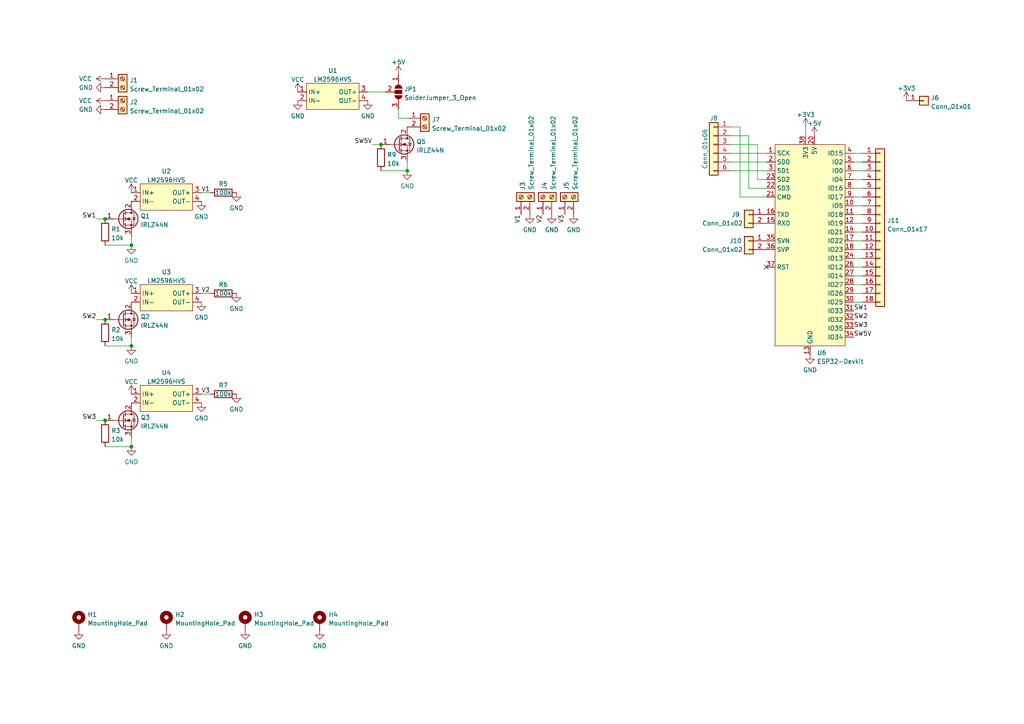
<source format=kicad_sch>
(kicad_sch (version 20211123) (generator eeschema)
  (paper "A4")
  (lib_symbols
    (symbol "Connector:Screw_Terminal_01x02" (pin_names (offset 1.016) hide)
      (property "Reference" "J" (at 0 2.54 0))
      (property "Value" "Screw_Terminal_01x02" (at 0 -5.08 0))
      (symbol "Screw_Terminal_01x02_1_1"
        (rectangle (start -1.27 1.27) (end 1.27 -3.81) (stroke (width 0.254)) (fill (type background)))
        (circle (center 0 -2.54) (radius 0.635) (stroke (width 0.1524)))
        (polyline (pts (xy -0.5334 -2.2098) (xy 0.3302 -3.048)) (stroke (width 0.1524)))
        (polyline (pts (xy -0.5334 0.3302) (xy 0.3302 -0.508)) (stroke (width 0.1524)))
        (polyline (pts (xy -0.3556 -2.032) (xy 0.508 -2.8702)) (stroke (width 0.1524)))
        (polyline (pts (xy -0.3556 0.508) (xy 0.508 -0.3302)) (stroke (width 0.1524)))
        (circle (center 0 0) (radius 0.635) (stroke (width 0.1524)))
        (pin passive line (at -5.08 0 0) (length 3.81) (name "Pin_1") (number "1"))
        (pin passive line (at -5.08 -2.54 0) (length 3.81) (name "Pin_2") (number "2"))
      )
    )
    (symbol "Connector_Generic:Conn_01x01" (pin_names (offset 1.016) hide)
      (property "Reference" "J" (at 0 2.54 0))
      (property "Value" "Conn_01x01" (at 0 -2.54 0))
      (symbol "Conn_01x01_1_1"
        (rectangle (start -1.27 0.127) (end 0 -0.127) (stroke (width 0.1524)))
        (rectangle (start -1.27 1.27) (end 1.27 -1.27) (stroke (width 0.254)) (fill (type background)))
        (pin passive line (at -5.08 0 0) (length 3.81) (name "Pin_1") (number "1"))
      )
    )
    (symbol "Connector_Generic:Conn_01x02" (pin_names (offset 1.016) hide)
      (property "Reference" "J" (at 0 2.54 0))
      (property "Value" "Conn_01x02" (at 0 -5.08 0))
      (symbol "Conn_01x02_1_1"
        (rectangle (start -1.27 -2.413) (end 0 -2.667) (stroke (width 0.1524)))
        (rectangle (start -1.27 0.127) (end 0 -0.127) (stroke (width 0.1524)))
        (rectangle (start -1.27 1.27) (end 1.27 -3.81) (stroke (width 0.254)) (fill (type background)))
        (pin passive line (at -5.08 0 0) (length 3.81) (name "Pin_1") (number "1"))
        (pin passive line (at -5.08 -2.54 0) (length 3.81) (name "Pin_2") (number "2"))
      )
    )
    (symbol "Connector_Generic:Conn_01x06" (pin_names (offset 1.016) hide)
      (property "Reference" "J" (at 0 7.62 0))
      (property "Value" "Conn_01x06" (at 0 -10.16 0))
      (symbol "Conn_01x06_1_1"
        (rectangle (start -1.27 -7.493) (end 0 -7.747) (stroke (width 0.1524)))
        (rectangle (start -1.27 -4.953) (end 0 -5.207) (stroke (width 0.1524)))
        (rectangle (start -1.27 -2.413) (end 0 -2.667) (stroke (width 0.1524)))
        (rectangle (start -1.27 0.127) (end 0 -0.127) (stroke (width 0.1524)))
        (rectangle (start -1.27 2.667) (end 0 2.413) (stroke (width 0.1524)))
        (rectangle (start -1.27 5.207) (end 0 4.953) (stroke (width 0.1524)))
        (rectangle (start -1.27 6.35) (end 1.27 -8.89) (stroke (width 0.254)) (fill (type background)))
        (pin passive line (at -5.08 5.08 0) (length 3.81) (name "Pin_1") (number "1"))
        (pin passive line (at -5.08 2.54 0) (length 3.81) (name "Pin_2") (number "2"))
        (pin passive line (at -5.08 0 0) (length 3.81) (name "Pin_3") (number "3"))
        (pin passive line (at -5.08 -2.54 0) (length 3.81) (name "Pin_4") (number "4"))
        (pin passive line (at -5.08 -5.08 0) (length 3.81) (name "Pin_5") (number "5"))
        (pin passive line (at -5.08 -7.62 0) (length 3.81) (name "Pin_6") (number "6"))
      )
    )
    (symbol "Connector_Generic:Conn_01x18" (pin_names (offset 1.016) hide)
      (property "Reference" "J" (at 0 22.86 0))
      (property "Value" "Conn_01x18" (at 0 -25.4 0))
      (symbol "Conn_01x18_1_1"
        (rectangle (start -1.27 -22.733) (end 0 -22.987) (stroke (width 0.1524)))
        (rectangle (start -1.27 -20.193) (end 0 -20.447) (stroke (width 0.1524)))
        (rectangle (start -1.27 -17.653) (end 0 -17.907) (stroke (width 0.1524)))
        (rectangle (start -1.27 -15.113) (end 0 -15.367) (stroke (width 0.1524)))
        (rectangle (start -1.27 -12.573) (end 0 -12.827) (stroke (width 0.1524)))
        (rectangle (start -1.27 -10.033) (end 0 -10.287) (stroke (width 0.1524)))
        (rectangle (start -1.27 -7.493) (end 0 -7.747) (stroke (width 0.1524)))
        (rectangle (start -1.27 -4.953) (end 0 -5.207) (stroke (width 0.1524)))
        (rectangle (start -1.27 -2.413) (end 0 -2.667) (stroke (width 0.1524)))
        (rectangle (start -1.27 0.127) (end 0 -0.127) (stroke (width 0.1524)))
        (rectangle (start -1.27 2.667) (end 0 2.413) (stroke (width 0.1524)))
        (rectangle (start -1.27 5.207) (end 0 4.953) (stroke (width 0.1524)))
        (rectangle (start -1.27 7.747) (end 0 7.493) (stroke (width 0.1524)))
        (rectangle (start -1.27 10.287) (end 0 10.033) (stroke (width 0.1524)))
        (rectangle (start -1.27 12.827) (end 0 12.573) (stroke (width 0.1524)))
        (rectangle (start -1.27 15.367) (end 0 15.113) (stroke (width 0.1524)))
        (rectangle (start -1.27 17.907) (end 0 17.653) (stroke (width 0.1524)))
        (rectangle (start -1.27 20.447) (end 0 20.193) (stroke (width 0.1524)))
        (rectangle (start -1.27 21.59) (end 1.27 -24.13) (stroke (width 0.254)) (fill (type background)))
        (pin passive line (at -5.08 20.32 0) (length 3.81) (name "Pin_1") (number "1"))
        (pin passive line (at -5.08 -2.54 0) (length 3.81) (name "Pin_10") (number "10"))
        (pin passive line (at -5.08 -5.08 0) (length 3.81) (name "Pin_11") (number "11"))
        (pin passive line (at -5.08 -7.62 0) (length 3.81) (name "Pin_12") (number "12"))
        (pin passive line (at -5.08 -10.16 0) (length 3.81) (name "Pin_13") (number "13"))
        (pin passive line (at -5.08 -12.7 0) (length 3.81) (name "Pin_14") (number "14"))
        (pin passive line (at -5.08 -15.24 0) (length 3.81) (name "Pin_15") (number "15"))
        (pin passive line (at -5.08 -17.78 0) (length 3.81) (name "Pin_16") (number "16"))
        (pin passive line (at -5.08 -20.32 0) (length 3.81) (name "Pin_17") (number "17"))
        (pin passive line (at -5.08 -22.86 0) (length 3.81) (name "Pin_18") (number "18"))
        (pin passive line (at -5.08 17.78 0) (length 3.81) (name "Pin_2") (number "2"))
        (pin passive line (at -5.08 15.24 0) (length 3.81) (name "Pin_3") (number "3"))
        (pin passive line (at -5.08 12.7 0) (length 3.81) (name "Pin_4") (number "4"))
        (pin passive line (at -5.08 10.16 0) (length 3.81) (name "Pin_5") (number "5"))
        (pin passive line (at -5.08 7.62 0) (length 3.81) (name "Pin_6") (number "6"))
        (pin passive line (at -5.08 5.08 0) (length 3.81) (name "Pin_7") (number "7"))
        (pin passive line (at -5.08 2.54 0) (length 3.81) (name "Pin_8") (number "8"))
        (pin passive line (at -5.08 0 0) (length 3.81) (name "Pin_9") (number "9"))
      )
    )
    (symbol "Device:R" (pin_numbers hide) (pin_names (offset 0))
      (property "Reference" "R" (at 2.032 0 90))
      (property "Value" "R" (at 0 0 90))
      (symbol "R_0_1"
        (rectangle (start -1.016 -2.54) (end 1.016 2.54) (stroke (width 0.254)))
      )
      (symbol "R_1_1"
        (pin passive line (at 0 3.81 270) (length 1.27) (name "~") (number "1"))
        (pin passive line (at 0 -3.81 90) (length 1.27) (name "~") (number "2"))
      )
    )
    (symbol "Jumper:SolderJumper_3_Open" (pin_names (offset 0) hide)
      (property "Reference" "JP" (at -2.54 -2.54 0))
      (property "Value" "SolderJumper_3_Open" (at 0 2.794 0))
      (symbol "SolderJumper_3_Open_0_1"
        (arc (start -1.016 1.016) (mid -2.032 0) (end -1.016 -1.016))
        (arc (start -1.016 1.016) (mid -2.032 0) (end -1.016 -1.016) (fill (type outline)))
        (rectangle (start -0.508 1.016) (end 0.508 -1.016) (fill (type outline)))
        (polyline (pts (xy -2.54 0) (xy -2.032 0)))
        (polyline (pts (xy -1.016 1.016) (xy -1.016 -1.016)))
        (polyline (pts (xy 0 -1.27) (xy 0 -1.016)))
        (polyline (pts (xy 1.016 1.016) (xy 1.016 -1.016)))
        (polyline (pts (xy 2.54 0) (xy 2.032 0)))
        (arc (start 1.016 -1.016) (mid 2.032 0) (end 1.016 1.016))
        (arc (start 1.016 -1.016) (mid 2.032 0) (end 1.016 1.016) (fill (type outline)))
      )
      (symbol "SolderJumper_3_Open_1_1"
        (pin passive line (at -5.08 0 0) (length 2.54) (name "A") (number "1"))
        (pin passive line (at 0 -3.81 90) (length 2.54) (name "C") (number "2"))
        (pin passive line (at 5.08 0 180) (length 2.54) (name "B") (number "3"))
      )
    )
    (symbol "Mechanical:MountingHole_Pad" (pin_numbers hide) (pin_names (offset 1.016) hide)
      (property "Reference" "H" (at 0 6.35 0))
      (property "Value" "MountingHole_Pad" (at 0 4.445 0))
      (symbol "MountingHole_Pad_0_1"
        (circle (center 0 1.27) (radius 1.27) (stroke (width 1.27)))
      )
      (symbol "MountingHole_Pad_1_1"
        (pin input line (at 0 -2.54 90) (length 2.54) (name "1") (number "1"))
      )
    )
    (symbol "Transistor_FET:IRLZ44N" (pin_names hide)
      (property "Reference" "Q" (at 6.35 1.905 0))
      (property "Value" "IRLZ44N" (at 6.35 0 0))
      (symbol "IRLZ44N_0_1"
        (polyline (pts (xy 0.254 0) (xy -2.54 0)))
        (polyline (pts (xy 0.254 1.905) (xy 0.254 -1.905)) (stroke (width 0.254)))
        (polyline (pts (xy 0.762 -1.27) (xy 0.762 -2.286)) (stroke (width 0.254)))
        (polyline (pts (xy 0.762 0.508) (xy 0.762 -0.508)) (stroke (width 0.254)))
        (polyline (pts (xy 0.762 2.286) (xy 0.762 1.27)) (stroke (width 0.254)))
        (polyline (pts (xy 2.54 2.54) (xy 2.54 1.778)))
        (polyline (pts (xy 2.54 -2.54) (xy 2.54 0) (xy 0.762 0)))
        (polyline (pts (xy 0.762 -1.778) (xy 3.302 -1.778) (xy 3.302 1.778) (xy 0.762 1.778)))
        (polyline (pts (xy 1.016 0) (xy 2.032 0.381) (xy 2.032 -0.381) (xy 1.016 0)) (fill (type outline)))
        (polyline (pts (xy 2.794 0.508) (xy 2.921 0.381) (xy 3.683 0.381) (xy 3.81 0.254)))
        (polyline (pts (xy 3.302 0.381) (xy 2.921 -0.254) (xy 3.683 -0.254) (xy 3.302 0.381)))
        (circle (center 1.651 0) (radius 2.794) (stroke (width 0.254)))
        (circle (center 2.54 -1.778) (radius 0.254) (fill (type outline)))
        (circle (center 2.54 1.778) (radius 0.254) (fill (type outline)))
      )
      (symbol "IRLZ44N_1_1"
        (pin input line (at -5.08 0 0) (length 2.54) (name "G") (number "1"))
        (pin passive line (at 2.54 5.08 270) (length 2.54) (name "D") (number "2"))
        (pin passive line (at 2.54 -5.08 90) (length 2.54) (name "S") (number "3"))
      )
    )
    (symbol "aaaaa:ESP32-Devkit"
      (property "Reference" "U" (at -7.62 -60.96 0))
      (property "Value" "ESP32-Devkit" (at 7.62 -60.96 0))
      (symbol "ESP32-Devkit_0_1"
        (rectangle (start -10.16 -1.27) (end 10.16 -59.69) (stroke (width 0.1524)) (fill (type background)))
      )
      (symbol "ESP32-Devkit_1_1"
        (pin bidirectional line (at -12.7 -3.81 0) (length 2.54) (name "SCK") (number "1"))
        (pin bidirectional line (at 12.7 -19.05 180) (length 2.54) (name "IO5") (number "10"))
        (pin bidirectional line (at 12.7 -21.59 180) (length 2.54) (name "IO18") (number "11"))
        (pin bidirectional line (at 12.7 -24.13 180) (length 2.54) (name "IO19") (number "12"))
        (pin power_in line (at 0 -62.23 90) (length 2.54) (name "GND") (number "13"))
        (pin bidirectional line (at 12.7 -26.67 180) (length 2.54) (name "IO21") (number "14"))
        (pin input line (at -12.7 -24.13 0) (length 2.54) (name "RXD") (number "15"))
        (pin output line (at -12.7 -21.59 0) (length 2.54) (name "TXD") (number "16"))
        (pin bidirectional line (at 12.7 -29.21 180) (length 2.54) (name "IO22") (number "17"))
        (pin bidirectional line (at 12.7 -31.75 180) (length 2.54) (name "IO23") (number "18"))
        (pin power_in line (at 0 -62.23 90) (length 2.54) hide (name "GND") (number "19"))
        (pin bidirectional line (at -12.7 -6.35 0) (length 2.54) (name "SD0") (number "2"))
        (pin power_in line (at 1.27 1.27 270) (length 2.54) (name "5V") (number "20"))
        (pin bidirectional line (at -12.7 -16.51 0) (length 2.54) (name "CMD") (number "21"))
        (pin bidirectional line (at -12.7 -13.97 0) (length 2.54) (name "SD3") (number "22"))
        (pin bidirectional line (at -12.7 -11.43 0) (length 2.54) (name "SD2") (number "23"))
        (pin bidirectional line (at 12.7 -34.29 180) (length 2.54) (name "IO13") (number "24"))
        (pin power_in line (at 0 -62.23 90) (length 2.54) hide (name "GND") (number "25"))
        (pin bidirectional line (at 12.7 -36.83 180) (length 2.54) (name "IO12") (number "26"))
        (pin bidirectional line (at 12.7 -39.37 180) (length 2.54) (name "IO14") (number "27"))
        (pin bidirectional line (at 12.7 -41.91 180) (length 2.54) (name "IO27") (number "28"))
        (pin bidirectional line (at 12.7 -44.45 180) (length 2.54) (name "IO26") (number "29"))
        (pin bidirectional line (at -12.7 -8.89 0) (length 2.54) (name "SD1") (number "3"))
        (pin bidirectional line (at 12.7 -46.99 180) (length 2.54) (name "IO25") (number "30"))
        (pin bidirectional line (at 12.7 -49.53 180) (length 2.54) (name "IO33") (number "31"))
        (pin bidirectional line (at 12.7 -52.07 180) (length 2.54) (name "IO32") (number "32"))
        (pin bidirectional line (at 12.7 -54.61 180) (length 2.54) (name "IO35") (number "33"))
        (pin bidirectional line (at 12.7 -57.15 180) (length 2.54) (name "IO34") (number "34"))
        (pin bidirectional line (at -12.7 -29.21 0) (length 2.54) (name "SVN") (number "35"))
        (pin bidirectional line (at -12.7 -31.75 0) (length 2.54) (name "SVP") (number "36"))
        (pin input line (at -12.7 -36.83 0) (length 2.54) (name "RST") (number "37"))
        (pin power_out line (at -1.27 1.27 270) (length 2.54) (name "3V3") (number "38"))
        (pin bidirectional line (at 12.7 -3.81 180) (length 2.54) (name "IO15") (number "4"))
        (pin bidirectional line (at 12.7 -6.35 180) (length 2.54) (name "IO2") (number "5"))
        (pin bidirectional line (at 12.7 -8.89 180) (length 2.54) (name "IO0") (number "6"))
        (pin bidirectional line (at 12.7 -11.43 180) (length 2.54) (name "IO4") (number "7"))
        (pin bidirectional line (at 12.7 -13.97 180) (length 2.54) (name "IO16") (number "8"))
        (pin bidirectional line (at 12.7 -16.51 180) (length 2.54) (name "IO17") (number "9"))
      )
    )
    (symbol "aaaaa:LM2596HVS"
      (property "Reference" "U" (at -6.35 1.27 0))
      (property "Value" "LM2596HVS" (at 2.54 1.27 0))
      (symbol "LM2596HVS_0_1"
        (rectangle (start -7.62 0) (end 7.62 -7.62) (stroke (width 0.1524)) (fill (type background)))
      )
      (symbol "LM2596HVS_1_1"
        (pin power_in line (at -10.16 -2.54 0) (length 2.54) (name "IN+") (number "1"))
        (pin power_in line (at -10.16 -5.08 0) (length 2.54) (name "IN-") (number "2"))
        (pin power_out line (at 10.16 -2.54 180) (length 2.54) (name "OUT+") (number "3"))
        (pin power_out line (at 10.16 -5.08 180) (length 2.54) (name "OUT-") (number "4"))
      )
    )
    (symbol "power:+3V3" (power) (pin_names (offset 0))
      (property "Value" "+3V3" (at 0 3.556 0))
      (symbol "+3V3_0_1"
        (polyline (pts (xy -0.762 1.27) (xy 0 2.54)))
        (polyline (pts (xy 0 0) (xy 0 2.54)))
        (polyline (pts (xy 0 2.54) (xy 0.762 1.27)))
      )
      (symbol "+3V3_1_1"
        (pin power_in line (at 0 0 90) (length 0) hide (name "+3V3") (number "1"))
      )
    )
    (symbol "power:+5V" (power) (pin_names (offset 0))
      (property "Value" "+5V" (at 0 3.556 0))
      (symbol "+5V_0_1"
        (polyline (pts (xy -0.762 1.27) (xy 0 2.54)))
        (polyline (pts (xy 0 0) (xy 0 2.54)))
        (polyline (pts (xy 0 2.54) (xy 0.762 1.27)))
      )
      (symbol "+5V_1_1"
        (pin power_in line (at 0 0 90) (length 0) hide (name "+5V") (number "1"))
      )
    )
    (symbol "power:GND" (power) (pin_names (offset 0))
      (property "Value" "GND" (at 0 -3.81 0))
      (symbol "GND_0_1"
        (polyline (pts (xy 0 0) (xy 0 -1.27) (xy 1.27 -1.27) (xy 0 -2.54) (xy -1.27 -1.27) (xy 0 -1.27)))
      )
      (symbol "GND_1_1"
        (pin power_in line (at 0 0 270) (length 0) hide (name "GND") (number "1"))
      )
    )
    (symbol "power:VCC" (power) (pin_names (offset 0))
      (property "Value" "VCC" (at 0 3.81 0))
      (symbol "VCC_0_1"
        (polyline (pts (xy -0.762 1.27) (xy 0 2.54)))
        (polyline (pts (xy 0 0) (xy 0 2.54)))
        (polyline (pts (xy 0 2.54) (xy 0.762 1.27)))
      )
      (symbol "VCC_1_1"
        (pin power_in line (at 0 0 90) (length 0) hide (name "VCC") (number "1"))
      )
    )
  )
  (junction (at 38.1 129.54))
  (junction (at 110.49 41.91))
  (junction (at 30.48 92.71))
  (junction (at 30.48 63.5))
  (junction (at 118.11 49.53))
  (junction (at 30.48 121.92))
  (junction (at 38.1 100.33))
  (junction (at 38.1 71.12))
  (no_connect (at 222.25 77.47))
  (wire (pts (xy 247.65 69.85) (xy 250.19 69.85)))
  (wire (pts (xy 27.94 92.71) (xy 30.48 92.71)))
  (wire (pts (xy 222.25 52.07) (xy 219.71 52.07)))
  (wire (pts (xy 247.65 85.09) (xy 250.19 85.09)))
  (wire (pts (xy 222.25 57.15) (xy 214.63 57.15)))
  (wire (pts (xy 247.65 64.77) (xy 250.19 64.77)))
  (wire (pts (xy 247.65 72.39) (xy 250.19 72.39)))
  (wire (pts (xy 212.09 44.45) (xy 222.25 44.45)))
  (wire (pts (xy 247.65 62.23) (xy 250.19 62.23)))
  (wire (pts (xy 118.11 46.99) (xy 118.11 49.53)))
  (wire (pts (xy 214.63 36.83) (xy 212.09 36.83)))
  (wire (pts (xy 247.65 87.63) (xy 250.19 87.63)))
  (wire (pts (xy 247.65 52.07) (xy 250.19 52.07)))
  (wire (pts (xy 247.65 46.99) (xy 250.19 46.99)))
  (wire (pts (xy 247.65 49.53) (xy 250.19 49.53)))
  (wire (pts (xy 58.42 55.88) (xy 60.96 55.88)))
  (wire (pts (xy 247.65 44.45) (xy 250.19 44.45)))
  (wire (pts (xy 106.68 26.67) (xy 111.76 26.67)))
  (wire (pts (xy 233.68 36.83) (xy 233.68 39.37)))
  (wire (pts (xy 222.25 54.61) (xy 217.17 54.61)))
  (wire (pts (xy 247.65 67.31) (xy 250.19 67.31)))
  (wire (pts (xy 212.09 49.53) (xy 222.25 49.53)))
  (wire (pts (xy 219.71 41.91) (xy 212.09 41.91)))
  (wire (pts (xy 115.57 31.75) (xy 115.57 34.29)))
  (wire (pts (xy 217.17 54.61) (xy 217.17 39.37)))
  (wire (pts (xy 247.65 74.93) (xy 250.19 74.93)))
  (wire (pts (xy 110.49 49.53) (xy 118.11 49.53)))
  (wire (pts (xy 247.65 77.47) (xy 250.19 77.47)))
  (wire (pts (xy 38.1 127) (xy 38.1 129.54)))
  (wire (pts (xy 27.94 121.92) (xy 30.48 121.92)))
  (wire (pts (xy 217.17 39.37) (xy 212.09 39.37)))
  (wire (pts (xy 30.48 100.33) (xy 38.1 100.33)))
  (wire (pts (xy 30.48 71.12) (xy 38.1 71.12)))
  (wire (pts (xy 107.95 41.91) (xy 110.49 41.91)))
  (wire (pts (xy 58.42 85.09) (xy 60.96 85.09)))
  (wire (pts (xy 115.57 34.29) (xy 118.11 34.29)))
  (wire (pts (xy 247.65 59.69) (xy 250.19 59.69)))
  (wire (pts (xy 219.71 52.07) (xy 219.71 41.91)))
  (wire (pts (xy 247.65 57.15) (xy 250.19 57.15)))
  (wire (pts (xy 247.65 82.55) (xy 250.19 82.55)))
  (wire (pts (xy 30.48 129.54) (xy 38.1 129.54)))
  (wire (pts (xy 247.65 54.61) (xy 250.19 54.61)))
  (wire (pts (xy 38.1 97.79) (xy 38.1 100.33)))
  (wire (pts (xy 214.63 57.15) (xy 214.63 36.83)))
  (wire (pts (xy 38.1 68.58) (xy 38.1 71.12)))
  (wire (pts (xy 247.65 80.01) (xy 250.19 80.01)))
  (wire (pts (xy 58.42 114.3) (xy 60.96 114.3)))
  (wire (pts (xy 212.09 46.99) (xy 222.25 46.99)))
  (wire (pts (xy 27.94 63.5) (xy 30.48 63.5)))
  (label "SW2" (at 247.65 92.71 0))
  (label "SW5V" (at 107.95 41.91 180))
  (label "SW3" (at 247.65 95.25 0))
  (label "SW5V" (at 247.65 97.79 0))
  (label "SW1" (at 27.94 63.5 180))
  (label "V1" (at 151.13 62.23 270))
  (label "V3" (at 58.42 114.3 0))
  (label "V2" (at 58.42 85.09 0))
  (label "V3" (at 163.83 62.23 270))
  (label "SW3" (at 27.94 121.92 180))
  (label "SW1" (at 247.65 90.17 0))
  (label "V1" (at 58.42 55.88 0))
  (label "V2" (at 157.48 62.23 270))
  (label "SW2" (at 27.94 92.71 180))
  (symbol (lib_id "power:GND") (at 92.71 182.88 0) (unit 1)
    (property "Reference" "#PWR0132" (effects hide))
    (property "Value" "GND" (at 92.71 187.3234 0))
  )
  (symbol (lib_id "Device:R") (at 30.48 67.31 180) (unit 1)
    (property "Reference" "R1" (at 32.258 66.4753 0) (effects (justify right)))
    (property "Value" "10k" (at 32.258 69.0122 0) (effects (justify right)))
    (property "Footprint" "Resistor_SMD:R_0805_2012Metric_Pad1.20x1.40mm_HandSolder" (effects hide))
  )
  (symbol (lib_id "Device:R") (at 64.77 114.3 90) (unit 1)
    (property "Reference" "R7" (at 64.77 111.76 90))
    (property "Value" "100k" (at 64.77 114.3 90))
    (property "Footprint" "Resistor_SMD:R_0805_2012Metric_Pad1.20x1.40mm_HandSolder" (effects hide))
  )
  (symbol (lib_id "power:VCC") (at 38.1 114.3 0) (unit 1)
    (property "Reference" "#PWR0104" (effects hide))
    (property "Value" "VCC" (at 38.1 110.7242 0))
  )
  (symbol (lib_id "power:VCC") (at 38.1 85.09 0) (unit 1)
    (property "Reference" "#PWR0110" (effects hide))
    (property "Value" "VCC" (at 38.1 81.5142 0))
  )
  (symbol (lib_id "aaaaa:LM2596HVS") (at 48.26 82.55 0) (unit 1)
    (property "Reference" "U3" (at 48.26 78.901 0))
    (property "Value" "LM2596HVS" (at 48.26 81.4379 0))
    (property "Footprint" "aaaaa:LM2596HVS" (effects hide))
  )
  (symbol (lib_id "power:GND") (at 30.48 25.4 270) (unit 1)
    (property "Reference" "#PWR0113" (effects hide))
    (property "Value" "GND" (at 22.86 25.4 90) (effects (justify left)))
  )
  (symbol (lib_id "Connector_Generic:Conn_01x18") (at 255.27 64.77 0) (unit 1)
    (property "Reference" "J11" (at 257.302 63.9353 0) (effects (justify left)))
    (property "Value" "Conn_01x17" (at 257.302 66.4722 0) (effects (justify left)))
    (property "Footprint" "Connector_PinHeader_2.54mm:PinHeader_1x18_P2.54mm_Vertical" (effects hide))
  )
  (symbol (lib_id "Jumper:SolderJumper_3_Open") (at 115.57 26.67 270) (unit 1)
    (property "Reference" "JP1" (at 117.221 25.8353 90) (effects (justify left)))
    (property "Value" "SolderJumper_3_Open" (at 117.221 28.3722 90) (effects (justify left)))
    (property "Footprint" "Jumper:SolderJumper-3_P2.0mm_Open_TrianglePad1.0x1.5mm" (effects hide))
  )
  (symbol (lib_id "power:GND") (at 166.37 62.23 0) (unit 1)
    (property "Reference" "#PWR0121" (effects hide))
    (property "Value" "GND" (at 166.37 66.6734 0))
  )
  (symbol (lib_id "Mechanical:MountingHole_Pad") (at 22.86 180.34 0) (unit 1)
    (property "Reference" "H1" (at 25.4 178.2353 0) (effects (justify left)))
    (property "Value" "MountingHole_Pad" (at 25.4 180.7722 0) (effects (justify left)))
    (property "Footprint" "MountingHole:MountingHole_3.2mm_M3_Pad_Via" (effects hide))
  )
  (symbol (lib_id "power:GND") (at 22.86 182.88 0) (unit 1)
    (property "Reference" "#PWR0130" (effects hide))
    (property "Value" "GND" (at 22.86 187.3234 0))
  )
  (symbol (lib_id "Connector_Generic:Conn_01x06") (at 207.01 41.91 0) (mirror y) (unit 1)
    (property "Reference" "J8" (at 207.01 34.29 0))
    (property "Value" "Conn_01x06" (at 204.47 43.18 90))
    (property "Footprint" "Connector_PinHeader_2.54mm:PinHeader_1x06_P2.54mm_Vertical" (effects hide))
  )
  (symbol (lib_id "power:GND") (at 234.95 102.87 0) (unit 1)
    (property "Reference" "#PWR0136" (effects hide))
    (property "Value" "GND" (at 234.95 107.3134 0))
  )
  (symbol (lib_id "Device:R") (at 64.77 85.09 90) (unit 1)
    (property "Reference" "R6" (at 64.77 82.55 90))
    (property "Value" "100k" (at 64.77 85.09 90))
    (property "Footprint" "Resistor_SMD:R_0805_2012Metric_Pad1.20x1.40mm_HandSolder" (effects hide))
  )
  (symbol (lib_id "power:GND") (at 38.1 129.54 0) (unit 1)
    (property "Reference" "#PWR0124" (effects hide))
    (property "Value" "GND" (at 38.1 133.9834 0))
  )
  (symbol (lib_id "Mechanical:MountingHole_Pad") (at 48.26 180.34 0) (unit 1)
    (property "Reference" "H2" (at 50.8 178.2353 0) (effects (justify left)))
    (property "Value" "MountingHole_Pad" (at 50.8 180.7722 0) (effects (justify left)))
    (property "Footprint" "MountingHole:MountingHole_3.2mm_M3_Pad_Via" (effects hide))
  )
  (symbol (lib_id "aaaaa:LM2596HVS") (at 96.52 24.13 0) (unit 1)
    (property "Reference" "U1" (at 96.52 20.481 0))
    (property "Value" "LM2596HVS" (at 96.52 23.0179 0))
    (property "Footprint" "aaaaa:LM2596HVS" (effects hide))
  )
  (symbol (lib_id "power:+3V3") (at 233.68 36.83 0) (unit 1)
    (property "Reference" "#PWR0137" (effects hide))
    (property "Value" "+3V3" (at 233.68 33.2542 0))
  )
  (symbol (lib_id "Transistor_FET:IRLZ44N") (at 115.57 41.91 0) (unit 1)
    (property "Reference" "Q5" (at 120.777 41.0753 0) (effects (justify left)))
    (property "Value" "IRLZ44N" (at 120.777 43.6122 0) (effects (justify left)))
    (property "Footprint" "Package_TO_SOT_THT:TO-220-3_Vertical" (effects hide))
    (property "Datasheet" "http://www.irf.com/product-info/datasheets/data/irlz44n.pdf" (effects hide))
  )
  (symbol (lib_id "aaaaa:LM2596HVS") (at 48.26 53.34 0) (unit 1)
    (property "Reference" "U2" (at 48.26 49.691 0))
    (property "Value" "LM2596HVS" (at 48.26 52.2279 0))
    (property "Footprint" "aaaaa:LM2596HVS" (effects hide))
  )
  (symbol (lib_id "Connector:Screw_Terminal_01x02") (at 123.19 34.29 0) (unit 1)
    (property "Reference" "J7" (at 125.222 34.7253 0) (effects (justify left)))
    (property "Value" "Screw_Terminal_01x02" (at 125.222 37.2622 0) (effects (justify left)))
    (property "Footprint" "aaaaa:screw-terminal-2p" (effects hide))
  )
  (symbol (lib_id "Device:R") (at 64.77 55.88 90) (unit 1)
    (property "Reference" "R5" (at 64.77 53.34 90))
    (property "Value" "100k" (at 64.77 55.88 90))
    (property "Footprint" "Resistor_SMD:R_0805_2012Metric_Pad1.20x1.40mm_HandSolder" (effects hide))
  )
  (symbol (lib_id "power:VCC") (at 86.36 26.67 0) (unit 1)
    (property "Reference" "#PWR0108" (effects hide))
    (property "Value" "VCC" (at 86.36 23.0942 0))
  )
  (symbol (lib_id "Transistor_FET:IRLZ44N") (at 35.56 92.71 0) (unit 1)
    (property "Reference" "Q2" (at 40.767 91.8753 0) (effects (justify left)))
    (property "Value" "IRLZ44N" (at 40.767 94.4122 0) (effects (justify left)))
    (property "Footprint" "Package_TO_SOT_THT:TO-220-3_Vertical" (effects hide))
    (property "Datasheet" "http://www.irf.com/product-info/datasheets/data/irlz44n.pdf" (effects hide))
  )
  (symbol (lib_id "power:GND") (at 71.12 182.88 0) (unit 1)
    (property "Reference" "#PWR0133" (effects hide))
    (property "Value" "GND" (at 71.12 187.3234 0))
  )
  (symbol (lib_id "Connector:Screw_Terminal_01x02") (at 35.56 22.86 0) (unit 1)
    (property "Reference" "J1" (at 37.592 23.2953 0) (effects (justify left)))
    (property "Value" "Screw_Terminal_01x02" (at 37.592 25.8322 0) (effects (justify left)))
    (property "Footprint" "aaaaa:screw-terminal-2p" (effects hide))
  )
  (symbol (lib_id "Connector:Screw_Terminal_01x02") (at 163.83 57.15 90) (unit 1)
    (property "Reference" "J5" (at 164.2653 55.118 0) (effects (justify left)))
    (property "Value" "Screw_Terminal_01x02" (at 166.8022 55.118 0) (effects (justify left)))
    (property "Footprint" "aaaaa:screw-terminal-2p" (effects hide))
  )
  (symbol (lib_id "Transistor_FET:IRLZ44N") (at 35.56 63.5 0) (unit 1)
    (property "Reference" "Q1" (at 40.767 62.6653 0) (effects (justify left)))
    (property "Value" "IRLZ44N" (at 40.767 65.2022 0) (effects (justify left)))
    (property "Footprint" "Package_TO_SOT_THT:TO-220-3_Vertical" (effects hide))
    (property "Datasheet" "http://www.irf.com/product-info/datasheets/data/irlz44n.pdf" (effects hide))
  )
  (symbol (lib_id "power:+3V3") (at 262.89 29.21 0) (unit 1)
    (property "Reference" "#PWR0125" (effects hide))
    (property "Value" "+3V3" (at 262.89 25.6342 0))
  )
  (symbol (lib_id "Connector:Screw_Terminal_01x02") (at 157.48 57.15 90) (unit 1)
    (property "Reference" "J4" (at 157.9153 55.118 0) (effects (justify left)))
    (property "Value" "Screw_Terminal_01x02" (at 160.4522 55.118 0) (effects (justify left)))
    (property "Footprint" "aaaaa:screw-terminal-2p" (effects hide))
  )
  (symbol (lib_id "power:GND") (at 68.58 55.88 0) (unit 1)
    (property "Reference" "#PWR0123" (effects hide))
    (property "Value" "GND" (at 68.58 60.3234 0))
  )
  (symbol (lib_id "power:+5V") (at 236.22 39.37 0) (unit 1)
    (property "Reference" "#PWR0134" (effects hide))
    (property "Value" "+5V" (at 236.22 35.7942 0))
  )
  (symbol (lib_id "power:VCC") (at 30.48 22.86 90) (unit 1)
    (property "Reference" "#PWR0115" (effects hide))
    (property "Value" "VCC" (at 22.86 22.86 90) (effects (justify right)))
  )
  (symbol (lib_id "power:+5V") (at 115.57 21.59 0) (unit 1)
    (property "Reference" "#PWR0101" (effects hide))
    (property "Value" "+5V" (at 115.57 18.0142 0))
  )
  (symbol (lib_id "aaaaa:LM2596HVS") (at 48.26 111.76 0) (unit 1)
    (property "Reference" "U4" (at 48.26 108.111 0))
    (property "Value" "LM2596HVS" (at 48.26 110.6479 0))
    (property "Footprint" "aaaaa:LM2596HVS" (effects hide))
  )
  (symbol (lib_id "power:VCC") (at 30.48 29.21 90) (unit 1)
    (property "Reference" "#PWR0114" (effects hide))
    (property "Value" "VCC" (at 22.86 29.21 90) (effects (justify right)))
  )
  (symbol (lib_id "power:GND") (at 106.68 29.21 0) (unit 1)
    (property "Reference" "#PWR0109" (effects hide))
    (property "Value" "GND" (at 106.68 33.6534 0))
  )
  (symbol (lib_id "power:GND") (at 58.42 58.42 0) (unit 1)
    (property "Reference" "#PWR0119" (effects hide))
    (property "Value" "GND" (at 58.42 62.8634 0))
  )
  (symbol (lib_id "power:GND") (at 48.26 182.88 0) (unit 1)
    (property "Reference" "#PWR0131" (effects hide))
    (property "Value" "GND" (at 48.26 187.3234 0))
  )
  (symbol (lib_id "Device:R") (at 110.49 45.72 180) (unit 1)
    (property "Reference" "R9" (at 112.268 44.8853 0) (effects (justify right)))
    (property "Value" "10k" (at 112.268 47.4222 0) (effects (justify right)))
    (property "Footprint" "Resistor_SMD:R_0805_2012Metric_Pad1.20x1.40mm_HandSolder" (effects hide))
  )
  (symbol (lib_id "aaaaa:ESP32-Devkit") (at 234.95 40.64 0) (unit 1)
    (property "Reference" "U6" (at 236.9694 102.3096 0) (effects (justify left)))
    (property "Value" "ESP32-Devkit" (at 236.9694 104.8465 0) (effects (justify left)))
    (property "Footprint" "aaaaa:ESP32-devkit" (effects hide))
  )
  (symbol (lib_id "Connector_Generic:Conn_01x02") (at 217.17 62.23 0) (mirror y) (unit 1)
    (property "Reference" "J9" (at 213.36 62.23 0))
    (property "Value" "Conn_01x02" (at 209.55 64.77 0))
    (property "Footprint" "Connector_PinHeader_2.54mm:PinHeader_1x02_P2.54mm_Vertical" (effects hide))
  )
  (symbol (lib_id "power:GND") (at 38.1 100.33 0) (unit 1)
    (property "Reference" "#PWR0103" (effects hide))
    (property "Value" "GND" (at 38.1 104.7734 0))
  )
  (symbol (lib_id "Connector:Screw_Terminal_01x02") (at 35.56 29.21 0) (unit 1)
    (property "Reference" "J2" (at 37.592 29.6453 0) (effects (justify left)))
    (property "Value" "Screw_Terminal_01x02" (at 37.592 32.1822 0) (effects (justify left)))
    (property "Footprint" "aaaaa:screw-terminal-2p" (effects hide))
  )
  (symbol (lib_id "Connector_Generic:Conn_01x01") (at 267.97 29.21 0) (unit 1)
    (property "Reference" "J6" (at 270.002 28.3753 0) (effects (justify left)))
    (property "Value" "Conn_01x01" (at 270.002 30.9122 0) (effects (justify left)))
    (property "Footprint" "Connector_PinHeader_2.54mm:PinHeader_1x01_P2.54mm_Vertical" (effects hide))
  )
  (symbol (lib_id "power:GND") (at 58.42 87.63 0) (unit 1)
    (property "Reference" "#PWR0106" (effects hide))
    (property "Value" "GND" (at 58.42 92.0734 0))
  )
  (symbol (lib_id "power:GND") (at 30.48 31.75 270) (unit 1)
    (property "Reference" "#PWR0116" (effects hide))
    (property "Value" "GND" (at 22.86 31.75 90) (effects (justify left)))
  )
  (symbol (lib_id "power:GND") (at 86.36 29.21 0) (unit 1)
    (property "Reference" "#PWR0107" (effects hide))
    (property "Value" "GND" (at 86.36 33.6534 0))
  )
  (symbol (lib_id "power:GND") (at 118.11 49.53 0) (unit 1)
    (property "Reference" "#PWR0102" (effects hide))
    (property "Value" "GND" (at 118.11 53.9734 0))
  )
  (symbol (lib_id "Connector:Screw_Terminal_01x02") (at 151.13 57.15 90) (unit 1)
    (property "Reference" "J3" (at 151.5653 55.118 0) (effects (justify left)))
    (property "Value" "Screw_Terminal_01x02" (at 154.1022 55.118 0) (effects (justify left)))
    (property "Footprint" "aaaaa:screw-terminal-2p" (effects hide))
  )
  (symbol (lib_id "power:GND") (at 68.58 114.3 0) (unit 1)
    (property "Reference" "#PWR0112" (effects hide))
    (property "Value" "GND" (at 68.58 118.7434 0))
  )
  (symbol (lib_id "power:GND") (at 153.67 62.23 0) (unit 1)
    (property "Reference" "#PWR0122" (effects hide))
    (property "Value" "GND" (at 153.67 66.6734 0))
  )
  (symbol (lib_id "Device:R") (at 30.48 125.73 180) (unit 1)
    (property "Reference" "R3" (at 32.258 124.8953 0) (effects (justify right)))
    (property "Value" "10k" (at 32.258 127.4322 0) (effects (justify right)))
    (property "Footprint" "Resistor_SMD:R_0805_2012Metric_Pad1.20x1.40mm_HandSolder" (effects hide))
  )
  (symbol (lib_id "power:GND") (at 58.42 116.84 0) (unit 1)
    (property "Reference" "#PWR0117" (effects hide))
    (property "Value" "GND" (at 58.42 121.2834 0))
  )
  (symbol (lib_id "Device:R") (at 30.48 96.52 180) (unit 1)
    (property "Reference" "R2" (at 32.258 95.6853 0) (effects (justify right)))
    (property "Value" "10k" (at 32.258 98.2222 0) (effects (justify right)))
    (property "Footprint" "Resistor_SMD:R_0805_2012Metric_Pad1.20x1.40mm_HandSolder" (effects hide))
  )
  (symbol (lib_id "power:GND") (at 68.58 85.09 0) (unit 1)
    (property "Reference" "#PWR0105" (effects hide))
    (property "Value" "GND" (at 68.58 89.5334 0))
  )
  (symbol (lib_id "Mechanical:MountingHole_Pad") (at 92.71 180.34 0) (unit 1)
    (property "Reference" "H4" (at 95.25 178.2353 0) (effects (justify left)))
    (property "Value" "MountingHole_Pad" (at 95.25 180.7722 0) (effects (justify left)))
    (property "Footprint" "MountingHole:MountingHole_3.2mm_M3_Pad_Via" (effects hide))
  )
  (symbol (lib_id "Connector_Generic:Conn_01x02") (at 217.17 69.85 0) (mirror y) (unit 1)
    (property "Reference" "J10" (at 213.36 69.85 0))
    (property "Value" "Conn_01x02" (at 209.55 72.39 0))
    (property "Footprint" "Connector_PinHeader_2.54mm:PinHeader_1x02_P2.54mm_Vertical" (effects hide))
  )
  (symbol (lib_id "Mechanical:MountingHole_Pad") (at 71.12 180.34 0) (unit 1)
    (property "Reference" "H3" (at 73.66 178.2353 0) (effects (justify left)))
    (property "Value" "MountingHole_Pad" (at 73.66 180.7722 0) (effects (justify left)))
    (property "Footprint" "MountingHole:MountingHole_3.2mm_M3_Pad_Via" (effects hide))
  )
  (symbol (lib_id "power:GND") (at 160.02 62.23 0) (unit 1)
    (property "Reference" "#PWR0120" (effects hide))
    (property "Value" "GND" (at 160.02 66.6734 0))
  )
  (symbol (lib_id "power:GND") (at 38.1 71.12 0) (unit 1)
    (property "Reference" "#PWR0111" (effects hide))
    (property "Value" "GND" (at 38.1 75.5634 0))
  )
  (symbol (lib_id "power:VCC") (at 38.1 55.88 0) (unit 1)
    (property "Reference" "#PWR0118" (effects hide))
    (property "Value" "VCC" (at 38.1 52.3042 0))
  )
  (symbol (lib_id "Transistor_FET:IRLZ44N") (at 35.56 121.92 0) (unit 1)
    (property "Reference" "Q3" (at 40.767 121.0853 0) (effects (justify left)))
    (property "Value" "IRLZ44N" (at 40.767 123.6222 0) (effects (justify left)))
    (property "Footprint" "Package_TO_SOT_THT:TO-220-3_Vertical" (effects hide))
    (property "Datasheet" "http://www.irf.com/product-info/datasheets/data/irlz44n.pdf" (effects hide))
  )
)
</source>
